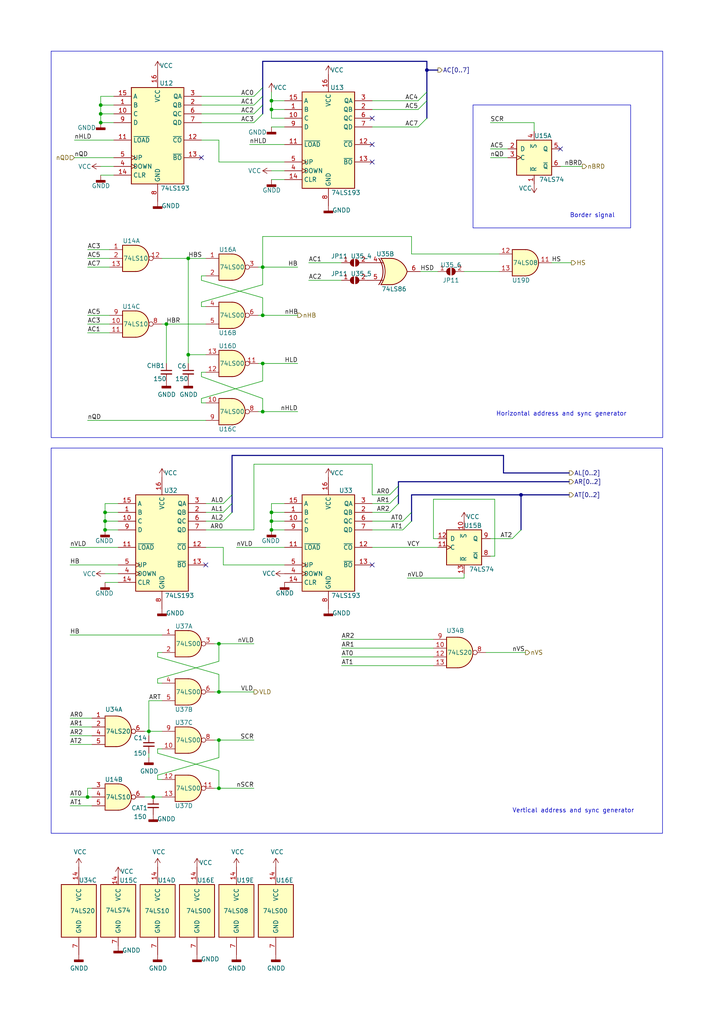
<source format=kicad_sch>
(kicad_sch (version 20230121) (generator eeschema)
  (paper "A4" portrait)
  (lib_symbols
    (symbol "74xx:74LS00" (pin_names (offset 1.016))
      (property "Reference" "U" (at 0 1.27 0))
      (property "Value" "74LS00" (at 0 -1.27 0))
      (symbol "74LS00_1_1"
        (pin input line (at -7.62 2.54 0) (length 3.81) (name "~") (number "1"))
        (pin input line (at -7.62 -2.54 0) (length 3.81) (name "~") (number "2"))
        (pin output inverted (at 7.62 0 180) (length 3.81) (name "~") (number "3"))
      )
      (symbol "74LS00_1_2"
        (pin input inverted (at -7.62 2.54 0) (length 4.318) (name "~") (number "1"))
        (pin input inverted (at -7.62 -2.54 0) (length 4.318) (name "~") (number "2"))
        (pin output line (at 7.62 0 180) (length 3.81) (name "~") (number "3"))
      )
      (symbol "74LS00_2_1"
        (pin input line (at -7.62 2.54 0) (length 3.81) (name "~") (number "4"))
        (pin input line (at -7.62 -2.54 0) (length 3.81) (name "~") (number "5"))
        (pin output inverted (at 7.62 0 180) (length 3.81) (name "~") (number "6"))
      )
      (symbol "74LS00_2_2"
        (pin input inverted (at -7.62 2.54 0) (length 4.318) (name "~") (number "4"))
        (pin input inverted (at -7.62 -2.54 0) (length 4.318) (name "~") (number "5"))
        (pin output line (at 7.62 0 180) (length 3.81) (name "~") (number "6"))
      )
      (symbol "74LS00_3_1"
        (pin input line (at -7.62 -2.54 0) (length 3.81) (name "~") (number "10"))
        (pin output inverted (at 7.62 0 180) (length 3.81) (name "~") (number "8"))
        (pin input line (at -7.62 2.54 0) (length 3.81) (name "~") (number "9"))
      )
      (symbol "74LS00_3_2"
        (pin input inverted (at -7.62 -2.54 0) (length 4.318) (name "~") (number "10"))
        (pin output line (at 7.62 0 180) (length 3.81) (name "~") (number "8"))
        (pin input inverted (at -7.62 2.54 0) (length 4.318) (name "~") (number "9"))
      )
      (symbol "74LS00_4_1"
        (pin output inverted (at 7.62 0 180) (length 3.81) (name "~") (number "11"))
        (pin input line (at -7.62 2.54 0) (length 3.81) (name "~") (number "12"))
        (pin input line (at -7.62 -2.54 0) (length 3.81) (name "~") (number "13"))
      )
      (symbol "74LS00_4_2"
        (pin output line (at 7.62 0 180) (length 3.81) (name "~") (number "11"))
        (pin input inverted (at -7.62 2.54 0) (length 4.318) (name "~") (number "12"))
        (pin input inverted (at -7.62 -2.54 0) (length 4.318) (name "~") (number "13"))
      )
      (symbol "74LS00_5_0"
        (pin power_in line (at 0 12.7 270) (length 5.08) (name "VCC") (number "14"))
        (pin power_in line (at 0 -12.7 90) (length 5.08) (name "GND") (number "7"))
      )
    )
    (symbol "74xx:74LS08" (pin_names (offset 1.016))
      (property "Reference" "U" (at 0 1.27 0))
      (property "Value" "74LS08" (at 0 -1.27 0))
      (symbol "74LS08_1_1"
        (pin input line (at -7.62 2.54 0) (length 3.81) (name "~") (number "1"))
        (pin input line (at -7.62 -2.54 0) (length 3.81) (name "~") (number "2"))
        (pin output line (at 7.62 0 180) (length 3.81) (name "~") (number "3"))
      )
      (symbol "74LS08_1_2"
        (pin input inverted (at -7.62 2.54 0) (length 4.318) (name "~") (number "1"))
        (pin input inverted (at -7.62 -2.54 0) (length 4.318) (name "~") (number "2"))
        (pin output inverted (at 7.62 0 180) (length 3.81) (name "~") (number "3"))
      )
      (symbol "74LS08_2_1"
        (pin input line (at -7.62 2.54 0) (length 3.81) (name "~") (number "4"))
        (pin input line (at -7.62 -2.54 0) (length 3.81) (name "~") (number "5"))
        (pin output line (at 7.62 0 180) (length 3.81) (name "~") (number "6"))
      )
      (symbol "74LS08_2_2"
        (pin input inverted (at -7.62 2.54 0) (length 4.318) (name "~") (number "4"))
        (pin input inverted (at -7.62 -2.54 0) (length 4.318) (name "~") (number "5"))
        (pin output inverted (at 7.62 0 180) (length 3.81) (name "~") (number "6"))
      )
      (symbol "74LS08_3_1"
        (pin input line (at -7.62 -2.54 0) (length 3.81) (name "~") (number "10"))
        (pin output line (at 7.62 0 180) (length 3.81) (name "~") (number "8"))
        (pin input line (at -7.62 2.54 0) (length 3.81) (name "~") (number "9"))
      )
      (symbol "74LS08_3_2"
        (pin input inverted (at -7.62 -2.54 0) (length 4.318) (name "~") (number "10"))
        (pin output inverted (at 7.62 0 180) (length 3.81) (name "~") (number "8"))
        (pin input inverted (at -7.62 2.54 0) (length 4.318) (name "~") (number "9"))
      )
      (symbol "74LS08_4_1"
        (pin output line (at 7.62 0 180) (length 3.81) (name "~") (number "11"))
        (pin input line (at -7.62 2.54 0) (length 3.81) (name "~") (number "12"))
        (pin input line (at -7.62 -2.54 0) (length 3.81) (name "~") (number "13"))
      )
      (symbol "74LS08_4_2"
        (pin output inverted (at 7.62 0 180) (length 3.81) (name "~") (number "11"))
        (pin input inverted (at -7.62 2.54 0) (length 4.318) (name "~") (number "12"))
        (pin input inverted (at -7.62 -2.54 0) (length 4.318) (name "~") (number "13"))
      )
      (symbol "74LS08_5_0"
        (pin power_in line (at 0 12.7 270) (length 5.08) (name "VCC") (number "14"))
        (pin power_in line (at 0 -12.7 90) (length 5.08) (name "GND") (number "7"))
      )
    )
    (symbol "74xx:74LS10" (pin_names (offset 1.016))
      (property "Reference" "U" (at 0 1.27 0))
      (property "Value" "74LS10" (at 0 -1.27 0))
      (symbol "74LS10_1_1"
        (pin input line (at -7.62 2.54 0) (length 3.81) (name "~") (number "1"))
        (pin output inverted (at 7.62 0 180) (length 3.81) (name "~") (number "12"))
        (pin input line (at -7.62 -2.54 0) (length 3.81) (name "~") (number "13"))
        (pin input line (at -7.62 0 0) (length 3.81) (name "~") (number "2"))
      )
      (symbol "74LS10_1_2"
        (pin input inverted (at -7.62 2.54 0) (length 4.318) (name "~") (number "1"))
        (pin output line (at 7.62 0 180) (length 3.81) (name "~") (number "12"))
        (pin input inverted (at -7.62 -2.54 0) (length 4.318) (name "~") (number "13"))
        (pin input inverted (at -7.62 0 0) (length 4.953) (name "~") (number "2"))
      )
      (symbol "74LS10_2_1"
        (pin input line (at -7.62 2.54 0) (length 3.81) (name "~") (number "3"))
        (pin input line (at -7.62 0 0) (length 3.81) (name "~") (number "4"))
        (pin input line (at -7.62 -2.54 0) (length 3.81) (name "~") (number "5"))
        (pin output inverted (at 7.62 0 180) (length 3.81) (name "~") (number "6"))
      )
      (symbol "74LS10_2_2"
        (pin input inverted (at -7.62 2.54 0) (length 4.318) (name "~") (number "3"))
        (pin input inverted (at -7.62 0 0) (length 4.953) (name "~") (number "4"))
        (pin input inverted (at -7.62 -2.54 0) (length 4.318) (name "~") (number "5"))
        (pin output line (at 7.62 0 180) (length 3.81) (name "~") (number "6"))
      )
      (symbol "74LS10_3_1"
        (pin input line (at -7.62 0 0) (length 3.81) (name "~") (number "10"))
        (pin input line (at -7.62 -2.54 0) (length 3.81) (name "~") (number "11"))
        (pin output inverted (at 7.62 0 180) (length 3.81) (name "~") (number "8"))
        (pin input line (at -7.62 2.54 0) (length 3.81) (name "~") (number "9"))
      )
      (symbol "74LS10_3_2"
        (pin input inverted (at -7.62 0 0) (length 4.953) (name "~") (number "10"))
        (pin input inverted (at -7.62 -2.54 0) (length 4.318) (name "~") (number "11"))
        (pin output line (at 7.62 0 180) (length 3.81) (name "~") (number "8"))
        (pin input inverted (at -7.62 2.54 0) (length 4.318) (name "~") (number "9"))
      )
      (symbol "74LS10_4_0"
        (pin power_in line (at 0 12.7 270) (length 5.08) (name "VCC") (number "14"))
        (pin power_in line (at 0 -12.7 90) (length 5.08) (name "GND") (number "7"))
      )
    )
    (symbol "74xx:74LS193"
      (property "Reference" "U" (at -7.62 13.97 0))
      (property "Value" "74LS193" (at 5.08 13.97 0))
      (symbol "74LS193_1_0"
        (pin input line (at -12.7 7.62 0) (length 5.08) (name "B") (number "1"))
        (pin input line (at -12.7 5.08 0) (length 5.08) (name "C") (number "10"))
        (pin input line (at -12.7 -2.54 0) (length 5.08) (name "~{LOAD}") (number "11"))
        (pin output line (at 12.7 -2.54 180) (length 5.08) (name "~{CO}") (number "12"))
        (pin output line (at 12.7 -7.62 180) (length 5.08) (name "~{BO}") (number "13"))
        (pin input line (at -12.7 -12.7 0) (length 5.08) (name "CLR") (number "14"))
        (pin input line (at -12.7 10.16 0) (length 5.08) (name "A") (number "15"))
        (pin power_in line (at 0 17.78 270) (length 5.08) (name "VCC") (number "16"))
        (pin output line (at 12.7 7.62 180) (length 5.08) (name "QB") (number "2"))
        (pin output line (at 12.7 10.16 180) (length 5.08) (name "QA") (number "3"))
        (pin input clock (at -12.7 -10.16 0) (length 5.08) (name "DOWN") (number "4"))
        (pin input clock (at -12.7 -7.62 0) (length 5.08) (name "UP") (number "5"))
        (pin output line (at 12.7 5.08 180) (length 5.08) (name "QC") (number "6"))
        (pin output line (at 12.7 2.54 180) (length 5.08) (name "QD") (number "7"))
        (pin power_in line (at 0 -20.32 90) (length 5.08) (name "GND") (number "8"))
        (pin input line (at -12.7 2.54 0) (length 5.08) (name "D") (number "9"))
      )
    )
    (symbol "74xx:74LS20" (pin_names (offset 1.016))
      (property "Reference" "U" (at 0 1.27 0))
      (property "Value" "74LS20" (at 0 -1.27 0))
      (symbol "74LS20_1_1"
        (pin input line (at -7.62 3.81 0) (length 3.81) (name "~") (number "1"))
        (pin input line (at -7.62 1.27 0) (length 3.81) (name "~") (number "2"))
        (pin input line (at -7.62 -1.27 0) (length 3.81) (name "~") (number "4"))
        (pin input line (at -7.62 -3.81 0) (length 3.81) (name "~") (number "5"))
        (pin output inverted (at 7.62 0 180) (length 3.81) (name "~") (number "6"))
      )
      (symbol "74LS20_1_2"
        (pin input inverted (at -7.62 3.81 0) (length 3.81) (name "~") (number "1"))
        (pin input inverted (at -7.62 1.27 0) (length 4.826) (name "~") (number "2"))
        (pin input inverted (at -7.62 -1.27 0) (length 4.826) (name "~") (number "4"))
        (pin input inverted (at -7.62 -3.81 0) (length 3.81) (name "~") (number "5"))
        (pin output line (at 7.62 0 180) (length 3.81) (name "~") (number "6"))
      )
      (symbol "74LS20_2_1"
        (pin input line (at -7.62 1.27 0) (length 3.81) (name "~") (number "10"))
        (pin input line (at -7.62 -1.27 0) (length 3.81) (name "~") (number "12"))
        (pin input line (at -7.62 -3.81 0) (length 3.81) (name "~") (number "13"))
        (pin output inverted (at 7.62 0 180) (length 3.81) (name "~") (number "8"))
        (pin input line (at -7.62 3.81 0) (length 3.81) (name "~") (number "9"))
      )
      (symbol "74LS20_2_2"
        (pin input inverted (at -7.62 1.27 0) (length 4.826) (name "~") (number "10"))
        (pin input inverted (at -7.62 -1.27 0) (length 4.826) (name "~") (number "12"))
        (pin input inverted (at -7.62 -3.81 0) (length 3.81) (name "~") (number "13"))
        (pin output line (at 7.62 0 180) (length 3.81) (name "~") (number "8"))
        (pin input inverted (at -7.62 3.81 0) (length 3.81) (name "~") (number "9"))
      )
      (symbol "74LS20_3_0"
        (pin power_in line (at 0 12.7 270) (length 5.08) (name "VCC") (number "14"))
        (pin power_in line (at 0 -12.7 90) (length 5.08) (name "GND") (number "7"))
      )
    )
    (symbol "74xx:74LS74" (pin_names (offset 1.016))
      (property "Reference" "U" (at -7.62 8.89 0))
      (property "Value" "74LS74" (at -7.62 -8.89 0))
      (symbol "74LS74_1_0"
        (pin input line (at 0 -7.62 90) (length 2.54) (name "~{R}") (number "1"))
        (pin input line (at -7.62 2.54 0) (length 2.54) (name "D") (number "2"))
        (pin input clock (at -7.62 0 0) (length 2.54) (name "C") (number "3"))
        (pin input line (at 0 7.62 270) (length 2.54) (name "~{S}") (number "4"))
        (pin output line (at 7.62 2.54 180) (length 2.54) (name "Q") (number "5"))
        (pin output line (at 7.62 -2.54 180) (length 2.54) (name "~{Q}") (number "6"))
      )
      (symbol "74LS74_2_0"
        (pin input line (at 0 7.62 270) (length 2.54) (name "~{S}") (number "10"))
        (pin input clock (at -7.62 0 0) (length 2.54) (name "C") (number "11"))
        (pin input line (at -7.62 2.54 0) (length 2.54) (name "D") (number "12"))
        (pin input line (at 0 -7.62 90) (length 2.54) (name "~{R}") (number "13"))
        (pin output line (at 7.62 -2.54 180) (length 2.54) (name "~{Q}") (number "8"))
        (pin output line (at 7.62 2.54 180) (length 2.54) (name "Q") (number "9"))
      )
      (symbol "74LS74_3_0"
        (pin power_in line (at 0 10.16 270) (length 2.54) (name "VCC") (number "14"))
        (pin power_in line (at 0 -10.16 90) (length 2.54) (name "GND") (number "7"))
      )
    )
    (symbol "74xx:74LS86" (pin_names (offset 1.016))
      (property "Reference" "U" (at 0 1.27 0))
      (property "Value" "74LS86" (at 0 -1.27 0))
      (symbol "74LS86_1_0"
        (pin input line (at -7.62 2.54 0) (length 4.445) (name "~") (number "1"))
        (pin input line (at -7.62 -2.54 0) (length 4.445) (name "~") (number "2"))
        (pin output line (at 7.62 0 180) (length 3.81) (name "~") (number "3"))
      )
      (symbol "74LS86_2_0"
        (pin input line (at -7.62 2.54 0) (length 4.445) (name "~") (number "4"))
        (pin input line (at -7.62 -2.54 0) (length 4.445) (name "~") (number "5"))
        (pin output line (at 7.62 0 180) (length 3.81) (name "~") (number "6"))
      )
      (symbol "74LS86_3_0"
        (pin input line (at -7.62 -2.54 0) (length 4.445) (name "~") (number "10"))
        (pin output line (at 7.62 0 180) (length 3.81) (name "~") (number "8"))
        (pin input line (at -7.62 2.54 0) (length 4.445) (name "~") (number "9"))
      )
      (symbol "74LS86_4_0"
        (pin output line (at 7.62 0 180) (length 3.81) (name "~") (number "11"))
        (pin input line (at -7.62 2.54 0) (length 4.445) (name "~") (number "12"))
        (pin input line (at -7.62 -2.54 0) (length 4.445) (name "~") (number "13"))
      )
      (symbol "74LS86_5_0"
        (pin power_in line (at 0 12.7 270) (length 5.08) (name "VCC") (number "14"))
        (pin power_in line (at 0 -12.7 90) (length 5.08) (name "GND") (number "7"))
      )
    )
    (symbol "Device:C_Small" (pin_numbers hide) (pin_names (offset 0.254) hide)
      (property "Reference" "C" (at 0.254 1.778 0))
      (property "Value" "C_Small" (at 0.254 -2.032 0))
      (symbol "C_Small_1_1"
        (pin passive line (at 0 2.54 270) (length 2.032) (name "~") (number "1"))
        (pin passive line (at 0 -2.54 90) (length 2.032) (name "~") (number "2"))
      )
    )
    (symbol "Jumper:SolderJumper_2_Open" (pin_names (offset 0) hide)
      (property "Reference" "JP" (at 0 2.032 0))
      (property "Value" "SolderJumper_2_Open" (at 0 -2.54 0))
      (symbol "SolderJumper_2_Open_1_1"
        (pin passive line (at -3.81 0 0) (length 2.54) (name "A") (number "1"))
        (pin passive line (at 3.81 0 180) (length 2.54) (name "B") (number "2"))
      )
    )
    (symbol "power:GNDD" (power) (pin_names (offset 0))
      (property "Value" "GNDD" (at 0 -3.175 0))
      (symbol "GNDD_1_1"
        (pin power_in line (at 0 0 270) (length 0) hide (name "GNDD") (number "1"))
      )
    )
    (symbol "power:VCC" (power) (pin_names (offset 0))
      (property "Value" "VCC" (at 0 3.81 0))
      (symbol "VCC_1_1"
        (pin power_in line (at 0 0 90) (length 0) hide (name "VCC") (number "1"))
      )
    )
  )
  (junction (at 76.2 105.41))
  (junction (at 54.61 74.93))
  (junction (at 63.5 200.66))
  (junction (at 76.2 119.38))
  (junction (at 30.48 153.67))
  (junction (at 78.74 31.75))
  (junction (at 48.26 93.98))
  (junction (at 63.5 186.69))
  (junction (at 29.21 35.56))
  (junction (at 63.5 214.63))
  (junction (at 29.21 30.48))
  (junction (at 78.74 151.13))
  (junction (at 44.45 231.14))
  (junction (at 78.74 153.67))
  (junction (at 30.48 151.13))
  (junction (at 78.74 29.21))
  (junction (at 54.61 102.87))
  (junction (at 29.21 33.02))
  (junction (at 63.5 228.6))
  (junction (at 76.2 77.47))
  (junction (at 151.13 143.51))
  (junction (at 25.4 231.14))
  (junction (at 123.825 20.32))
  (junction (at 78.74 148.59))
  (junction (at 76.2 91.44))
  (junction (at 30.48 148.59))
  (junction (at 43.18 212.09))
  (no_connect (at 58.42 45.72))
  (no_connect (at 107.95 46.99))
  (no_connect (at 59.69 163.83))
  (no_connect (at 162.56 43.18))
  (no_connect (at 107.95 163.83))
  (no_connect (at 107.95 34.29))
  (no_connect (at 107.95 41.91))
  (bus_entry (at 64.77 148.59) (size 2.54 -2.54))
  (bus_entry (at 73.66 33.02) (size 2.54 -2.54))
  (bus_entry (at 113.03 148.59) (size 2.54 -2.54))
  (bus_entry (at 64.77 146.05) (size 2.54 -2.54))
  (bus_entry (at 73.66 27.94) (size 2.54 -2.54))
  (bus_entry (at 113.03 146.05) (size 2.54 -2.54))
  (bus_entry (at 116.84 153.67) (size 2.54 -2.54))
  (bus_entry (at 121.285 36.83) (size 2.54 -2.54))
  (bus_entry (at 116.84 151.13) (size 2.54 -2.54))
  (bus_entry (at 148.59 156.21) (size 2.54 -2.54))
  (bus_entry (at 121.285 31.75) (size 2.54 -2.54))
  (bus_entry (at 73.66 35.56) (size 2.54 -2.54))
  (bus_entry (at 121.285 29.21) (size 2.54 -2.54))
  (bus_entry (at 73.66 30.48) (size 2.54 -2.54))
  (bus_entry (at 64.77 151.13) (size 2.54 -2.54))
  (bus_entry (at 113.03 143.51) (size 2.54 -2.54))
  (bus (pts (xy 115.57 140.97) (xy 115.57 139.7)))
  (bus (pts (xy 76.2 17.78) (xy 76.2 25.4)))
  (bus (pts (xy 119.38 143.51) (xy 119.38 148.59)))
  (bus (pts (xy 67.31 143.51) (xy 67.31 132.08)))
  (wire (pts (xy 59.69 153.67) (xy 73.66 153.67)))
  (bus (pts (xy 123.825 17.78) (xy 123.825 20.32)))
  (wire (pts (xy 142.24 43.18) (xy 147.32 43.18)))
  (wire (pts (xy 45.72 218.44) (xy 63.5 223.52)))
  (wire (pts (xy 29.21 33.02) (xy 29.21 35.56)))
  (wire (pts (xy 29.21 30.48) (xy 29.21 33.02)))
  (bus (pts (xy 119.38 143.51) (xy 151.13 143.51)))
  (wire (pts (xy 34.29 146.05) (xy 30.48 146.05)))
  (wire (pts (xy 43.18 203.2) (xy 43.18 212.09)))
  (wire (pts (xy 58.42 35.56) (xy 73.66 35.56)))
  (wire (pts (xy 143.51 144.78) (xy 143.51 161.29)))
  (wire (pts (xy 26.67 208.28) (xy 20.32 208.28)))
  (wire (pts (xy 46.99 198.12) (xy 45.72 198.12)))
  (wire (pts (xy 63.5 186.69) (xy 73.66 186.69)))
  (wire (pts (xy 33.02 30.48) (xy 29.21 30.48)))
  (wire (pts (xy 34.29 151.13) (xy 30.48 151.13)))
  (wire (pts (xy 43.18 213.36) (xy 43.18 212.09)))
  (wire (pts (xy 63.5 228.6) (xy 63.5 223.52)))
  (wire (pts (xy 29.21 48.26) (xy 33.02 48.26)))
  (wire (pts (xy 30.48 148.59) (xy 30.48 151.13)))
  (wire (pts (xy 30.48 153.67) (xy 34.29 153.67)))
  (wire (pts (xy 45.72 198.12) (xy 45.72 196.85)))
  (bus (pts (xy 151.13 143.51) (xy 151.13 153.67)))
  (wire (pts (xy 63.5 186.69) (xy 63.5 191.77)))
  (wire (pts (xy 76.2 105.41) (xy 86.36 105.41)))
  (wire (pts (xy 107.95 36.83) (xy 121.285 36.83)))
  (wire (pts (xy 107.95 153.67) (xy 116.84 153.67)))
  (wire (pts (xy 59.69 148.59) (xy 64.77 148.59)))
  (wire (pts (xy 26.67 213.36) (xy 20.32 213.36)))
  (wire (pts (xy 127 156.21) (xy 125.73 156.21)))
  (wire (pts (xy 107.95 31.75) (xy 121.285 31.75)))
  (wire (pts (xy 76.2 105.41) (xy 74.93 105.41)))
  (wire (pts (xy 127 158.75) (xy 107.95 158.75)))
  (wire (pts (xy 142.24 45.72) (xy 147.32 45.72)))
  (wire (pts (xy 26.67 231.14) (xy 25.4 231.14)))
  (wire (pts (xy 63.5 195.58) (xy 45.72 190.5)))
  (wire (pts (xy 76.2 115.57) (xy 76.2 119.38)))
  (wire (pts (xy 26.67 210.82) (xy 20.32 210.82)))
  (wire (pts (xy 20.32 163.83) (xy 34.29 163.83)))
  (wire (pts (xy 154.94 38.1) (xy 154.94 35.56)))
  (wire (pts (xy 25.4 77.47) (xy 31.75 77.47)))
  (wire (pts (xy 31.75 91.44) (xy 25.4 91.44)))
  (wire (pts (xy 46.99 93.98) (xy 48.26 93.98)))
  (wire (pts (xy 82.55 46.99) (xy 63.5 46.99)))
  (wire (pts (xy 62.23 214.63) (xy 63.5 214.63)))
  (bus (pts (xy 115.57 139.7) (xy 165.1 139.7)))
  (bus (pts (xy 67.31 143.51) (xy 67.31 146.05)))
  (wire (pts (xy 89.535 81.28) (xy 99.06 81.28)))
  (wire (pts (xy 59.69 151.13) (xy 64.77 151.13)))
  (wire (pts (xy 33.02 33.02) (xy 29.21 33.02)))
  (wire (pts (xy 73.66 153.67) (xy 73.66 134.62)))
  (wire (pts (xy 119.38 68.58) (xy 76.2 68.58)))
  (wire (pts (xy 33.02 27.94) (xy 29.21 27.94)))
  (wire (pts (xy 26.67 215.9) (xy 20.32 215.9)))
  (wire (pts (xy 76.2 77.47) (xy 86.36 77.47)))
  (wire (pts (xy 63.5 228.6) (xy 73.66 228.6)))
  (wire (pts (xy 34.29 166.37) (xy 30.48 166.37)))
  (wire (pts (xy 78.74 36.83) (xy 82.55 36.83)))
  (wire (pts (xy 58.42 80.01) (xy 58.42 81.28)))
  (wire (pts (xy 54.61 105.41) (xy 54.61 102.87)))
  (wire (pts (xy 107.95 146.05) (xy 113.03 146.05)))
  (wire (pts (xy 21.59 40.64) (xy 33.02 40.64)))
  (wire (pts (xy 107.95 151.13) (xy 116.84 151.13)))
  (wire (pts (xy 107.95 134.62) (xy 107.95 143.51)))
  (wire (pts (xy 26.67 228.6) (xy 25.4 228.6)))
  (wire (pts (xy 76.2 105.41) (xy 76.2 110.49)))
  (wire (pts (xy 58.42 87.63) (xy 76.2 82.55)))
  (wire (pts (xy 78.74 153.67) (xy 82.55 153.67)))
  (wire (pts (xy 31.75 96.52) (xy 25.4 96.52)))
  (wire (pts (xy 99.06 185.42) (xy 125.73 185.42)))
  (wire (pts (xy 154.94 35.56) (xy 142.24 35.56)))
  (wire (pts (xy 29.21 27.94) (xy 29.21 30.48)))
  (wire (pts (xy 107.95 148.59) (xy 113.03 148.59)))
  (wire (pts (xy 58.42 116.84) (xy 58.42 115.57)))
  (wire (pts (xy 63.5 40.64) (xy 58.42 40.64)))
  (bus (pts (xy 115.57 140.97) (xy 115.57 143.51)))
  (wire (pts (xy 73.66 134.62) (xy 107.95 134.62)))
  (wire (pts (xy 58.42 27.94) (xy 73.66 27.94)))
  (wire (pts (xy 76.2 86.36) (xy 58.42 81.28)))
  (wire (pts (xy 144.78 73.66) (xy 119.38 73.66)))
  (bus (pts (xy 76.2 27.94) (xy 76.2 30.48)))
  (wire (pts (xy 59.69 80.01) (xy 58.42 80.01)))
  (bus (pts (xy 76.2 25.4) (xy 76.2 27.94)))
  (wire (pts (xy 45.72 217.17) (xy 45.72 218.44)))
  (wire (pts (xy 63.5 200.66) (xy 63.5 195.58)))
  (wire (pts (xy 59.69 88.9) (xy 58.42 88.9)))
  (wire (pts (xy 46.99 226.06) (xy 45.72 226.06)))
  (wire (pts (xy 43.18 212.09) (xy 41.91 212.09)))
  (wire (pts (xy 78.74 146.05) (xy 78.74 148.59)))
  (bus (pts (xy 76.2 30.48) (xy 76.2 33.02)))
  (wire (pts (xy 54.61 102.87) (xy 59.69 102.87)))
  (wire (pts (xy 78.74 29.21) (xy 78.74 31.75)))
  (bus (pts (xy 123.825 20.32) (xy 123.825 26.67)))
  (wire (pts (xy 21.59 45.72) (xy 33.02 45.72)))
  (wire (pts (xy 82.55 158.75) (xy 68.58 158.75)))
  (wire (pts (xy 31.75 93.98) (xy 25.4 93.98)))
  (bus (pts (xy 76.2 17.78) (xy 123.825 17.78)))
  (wire (pts (xy 62.23 200.66) (xy 63.5 200.66)))
  (wire (pts (xy 125.73 144.78) (xy 143.51 144.78)))
  (wire (pts (xy 76.2 91.44) (xy 86.36 91.44)))
  (wire (pts (xy 25.4 74.93) (xy 31.75 74.93)))
  (bus (pts (xy 146.05 137.16) (xy 165.1 137.16)))
  (wire (pts (xy 160.02 76.2) (xy 165.735 76.2)))
  (wire (pts (xy 25.4 72.39) (xy 31.75 72.39)))
  (wire (pts (xy 143.51 161.29) (xy 142.24 161.29)))
  (wire (pts (xy 82.55 148.59) (xy 78.74 148.59)))
  (bus (pts (xy 67.31 146.05) (xy 67.31 148.59)))
  (wire (pts (xy 78.74 148.59) (xy 78.74 151.13)))
  (wire (pts (xy 82.55 49.53) (xy 78.74 49.53)))
  (wire (pts (xy 121.92 78.74) (xy 127 78.74)))
  (wire (pts (xy 74.93 91.44) (xy 76.2 91.44)))
  (wire (pts (xy 58.42 33.02) (xy 73.66 33.02)))
  (wire (pts (xy 63.5 40.64) (xy 63.5 46.99)))
  (wire (pts (xy 43.18 212.09) (xy 46.99 212.09)))
  (wire (pts (xy 99.06 187.96) (xy 125.73 187.96)))
  (wire (pts (xy 78.74 31.75) (xy 78.74 34.29)))
  (wire (pts (xy 119.38 73.66) (xy 119.38 68.58)))
  (wire (pts (xy 76.2 119.38) (xy 86.36 119.38)))
  (wire (pts (xy 25.4 228.6) (xy 25.4 231.14)))
  (bus (pts (xy 123.825 26.67) (xy 123.825 29.21)))
  (wire (pts (xy 162.56 48.26) (xy 168.91 48.26)))
  (bus (pts (xy 119.38 148.59) (xy 119.38 151.13)))
  (bus (pts (xy 115.57 143.51) (xy 115.57 146.05)))
  (bus (pts (xy 123.825 20.32) (xy 127 20.32)))
  (wire (pts (xy 62.23 228.6) (xy 63.5 228.6)))
  (wire (pts (xy 140.97 189.23) (xy 152.4 189.23)))
  (wire (pts (xy 76.2 91.44) (xy 76.2 86.36)))
  (wire (pts (xy 45.72 226.06) (xy 45.72 224.79)))
  (wire (pts (xy 30.48 168.91) (xy 34.29 168.91)))
  (wire (pts (xy 48.26 93.98) (xy 48.26 105.41)))
  (wire (pts (xy 63.5 214.63) (xy 63.5 219.71)))
  (wire (pts (xy 58.42 30.48) (xy 73.66 30.48)))
  (wire (pts (xy 43.18 218.44) (xy 43.18 219.71)))
  (wire (pts (xy 46.99 189.23) (xy 45.72 189.23)))
  (wire (pts (xy 89.535 76.2) (xy 99.06 76.2)))
  (wire (pts (xy 72.39 41.91) (xy 82.55 41.91)))
  (wire (pts (xy 134.62 166.37) (xy 134.62 167.64)))
  (wire (pts (xy 46.99 203.2) (xy 43.18 203.2)))
  (wire (pts (xy 45.72 189.23) (xy 45.72 190.5)))
  (wire (pts (xy 76.2 77.47) (xy 76.2 68.58)))
  (wire (pts (xy 82.55 34.29) (xy 78.74 34.29)))
  (wire (pts (xy 76.2 110.49) (xy 58.42 115.57)))
  (wire (pts (xy 54.61 74.93) (xy 59.69 74.93)))
  (wire (pts (xy 82.55 29.21) (xy 78.74 29.21)))
  (wire (pts (xy 58.42 109.22) (xy 76.2 115.57)))
  (wire (pts (xy 34.29 148.59) (xy 30.48 148.59)))
  (wire (pts (xy 29.21 50.8) (xy 33.02 50.8)))
  (wire (pts (xy 62.23 186.69) (xy 63.5 186.69)))
  (wire (pts (xy 64.77 158.75) (xy 64.77 163.83)))
  (wire (pts (xy 78.74 52.07) (xy 82.55 52.07)))
  (wire (pts (xy 30.48 151.13) (xy 30.48 153.67)))
  (bus (pts (xy 123.825 29.21) (xy 123.825 34.29)))
  (wire (pts (xy 134.62 78.74) (xy 144.78 78.74)))
  (wire (pts (xy 78.74 26.67) (xy 78.74 29.21)))
  (wire (pts (xy 46.99 184.15) (xy 20.32 184.15)))
  (wire (pts (xy 107.95 143.51) (xy 113.03 143.51)))
  (wire (pts (xy 46.99 74.93) (xy 54.61 74.93)))
  (wire (pts (xy 26.67 233.68) (xy 20.32 233.68)))
  (wire (pts (xy 59.69 116.84) (xy 58.42 116.84)))
  (wire (pts (xy 59.69 121.92) (xy 25.4 121.92)))
  (wire (pts (xy 82.55 31.75) (xy 78.74 31.75)))
  (wire (pts (xy 30.48 146.05) (xy 30.48 148.59)))
  (wire (pts (xy 58.42 88.9) (xy 58.42 87.63)))
  (wire (pts (xy 59.69 146.05) (xy 64.77 146.05)))
  (wire (pts (xy 142.24 156.21) (xy 148.59 156.21)))
  (wire (pts (xy 78.74 151.13) (xy 78.74 153.67)))
  (wire (pts (xy 107.95 29.21) (xy 121.285 29.21)))
  (wire (pts (xy 59.69 107.95) (xy 58.42 107.95)))
  (wire (pts (xy 45.72 224.79) (xy 63.5 219.71)))
  (wire (pts (xy 45.72 217.17) (xy 46.99 217.17)))
  (wire (pts (xy 82.55 151.13) (xy 78.74 151.13)))
  (wire (pts (xy 82.55 146.05) (xy 78.74 146.05)))
  (wire (pts (xy 125.73 144.78) (xy 125.73 156.21)))
  (wire (pts (xy 99.06 190.5) (xy 125.73 190.5)))
  (bus (pts (xy 151.13 143.51) (xy 165.1 143.51)))
  (wire (pts (xy 59.69 158.75) (xy 64.77 158.75)))
  (wire (pts (xy 45.72 196.85) (xy 63.5 191.77)))
  (wire (pts (xy 76.2 82.55) (xy 76.2 77.47)))
  (wire (pts (xy 25.4 231.14) (xy 20.32 231.14)))
  (wire (pts (xy 29.21 35.56) (xy 33.02 35.56)))
  (wire (pts (xy 34.29 158.75) (xy 20.32 158.75)))
  (bus (pts (xy 67.31 132.08) (xy 146.05 132.08)))
  (wire (pts (xy 54.61 102.87) (xy 54.61 74.93)))
  (wire (pts (xy 58.42 107.95) (xy 58.42 109.22)))
  (bus (pts (xy 146.05 132.08) (xy 146.05 137.16)))
  (wire (pts (xy 99.06 193.04) (xy 125.73 193.04)))
  (wire (pts (xy 74.93 119.38) (xy 76.2 119.38)))
  (wire (pts (xy 63.5 200.66) (xy 73.66 200.66)))
  (wire (pts (xy 63.5 214.63) (xy 73.66 214.63)))
  (wire (pts (xy 44.45 231.14) (xy 46.99 231.14)))
  (wire (pts (xy 48.26 93.98) (xy 59.69 93.98)))
  (wire (pts (xy 41.91 231.14) (xy 44.45 231.14)))
  (wire (pts (xy 134.62 167.64) (xy 118.11 167.64)))
  (wire (pts (xy 74.93 77.47) (xy 76.2 77.47)))
  (wire (pts (xy 64.77 163.83) (xy 82.55 163.83)))
  (rectangle (start 137.2108 30.4292) (end 182.9308 66.0908))
  (rectangle (start 14.8336 14.8336) (end 192.2272 126.8984))
  (rectangle (start 14.8336 129.9464) (end 192.1764 241.6556))
  (text "Vertical address and sync generator" (at 148.59 235.9152 0) (effects (font (size 1.27 1.27)) (justify left bottom)))
  (text "Horizontal address and sync generator" (at 143.8656 120.8532 0) (effects (font (size 1.27 1.27)) (justify left bottom)))
  (text "Border signal" (at 165.2524 63.2968 0) (effects (font (size 1.27 1.27)) (justify left bottom)))
  (label "AT0" (at 99.06 190.5 0))
  (label "AR1" (at 113.03 146.05 180))
  (label "nSCR" (at 73.66 228.6 180))
  (label "nVLD" (at 20.32 158.75 0))
  (label "AC2" (at 73.66 33.02 180))
  (label "AC3" (at 25.4 93.98 0))
  (label "nQD" (at 21.59 45.72 0))
  (label "SCR" (at 73.66 214.63 180))
  (label "AC2" (at 89.535 81.28 0))
  (label "AR0" (at 64.77 153.67 180))
  (label "AC1" (at 89.535 76.2 0))
  (label "AT0" (at 20.32 231.14 0))
  (label "HB" (at 20.32 184.15 0))
  (label "AL1" (at 64.77 148.59 180))
  (label "AT2" (at 148.59 156.21 180))
  (label "AL0" (at 64.77 146.05 180))
  (label "nHB" (at 82.55 91.44 0))
  (label "VCY" (at 118.11 158.75 0))
  (label "SCR" (at 142.24 35.56 0))
  (label "AR1" (at 99.06 187.96 0))
  (label "HS" (at 160.02 76.2 0))
  (label "AT1" (at 20.32 233.68 0))
  (label "AR0" (at 113.03 143.51 180))
  (label "AR2" (at 20.32 213.36 0))
  (label "AC7" (at 121.285 36.83 180))
  (label "AT1" (at 116.84 153.67 180))
  (label "nVLD" (at 68.58 158.75 0))
  (label "AT0" (at 116.84 151.13 180))
  (label "nHLD" (at 86.36 119.38 180))
  (label "AR2" (at 113.03 148.59 180))
  (label "nHLD" (at 21.59 40.64 0))
  (label "HB" (at 86.36 77.47 180))
  (label "HB" (at 20.32 163.83 0))
  (label "AR0" (at 20.32 208.28 0))
  (label "nVLD" (at 118.11 167.64 0))
  (label "nQD" (at 142.24 45.72 0))
  (label "AC7" (at 25.4 77.47 0))
  (label "nVLD" (at 73.66 186.69 180))
  (label "HSD" (at 121.92 78.74 0))
  (label "nBRD" (at 168.91 48.26 180))
  (label "AT2" (at 20.32 215.9 0))
  (label "AC3" (at 25.4 72.39 0))
  (label "AC5" (at 25.4 74.93 0))
  (label "AC5" (at 25.4 91.44 0))
  (label "nQD" (at 25.4 121.92 0))
  (label "AC0" (at 73.66 27.94 180))
  (label "AC5" (at 142.24 43.18 0))
  (label "AC1" (at 73.66 30.48 180))
  (label "AT1" (at 99.06 193.04 0))
  (label "AR1" (at 20.32 210.82 0))
  (label "AC4" (at 121.285 29.21 180))
  (label "VLD" (at 69.85 200.66 0))
  (label "AC1" (at 25.4 96.52 0))
  (label "HBR" (at 48.26 93.98 0))
  (label "HBS" (at 54.61 74.93 0))
  (label "nHLD" (at 72.39 41.91 0))
  (label "AC3" (at 73.66 35.56 180))
  (label "AR2" (at 99.06 185.42 0))
  (label "nVS" (at 148.59 189.23 0))
  (label "HLD" (at 86.36 105.41 180))
  (label "ART" (at 43.18 203.2 0))
  (label "AC5" (at 121.285 31.75 180))
  (label "AL2" (at 64.77 151.13 180))
  (hierarchical_label "AT[0..2]" (shape output) (at 165.1 143.51 0))
  (hierarchical_label "nBRD" (shape output) (at 168.91 48.26 0))
  (hierarchical_label "HS" (shape output) (at 165.735 76.2 0))
  (hierarchical_label "nQD" (shape input) (at 21.59 45.72 180))
  (hierarchical_label "nVS" (shape output) (at 152.4 189.23 0))
  (hierarchical_label "AL[0..2]" (shape output) (at 165.1 137.16 0))
  (hierarchical_label "AC[0..7]" (shape output) (at 127 20.32 0))
  (hierarchical_label "VLD" (shape output) (at 73.66 200.66 0))
  (hierarchical_label "nHB" (shape output) (at 86.36 91.44 0))
  (hierarchical_label "AR[0..2]" (shape output) (at 165.1 139.7 0))
  (symbol (lib_id "power:VCC") (at 78.74 26.67 0) (unit 1)
    (property "Reference" "#PWR0410" (effects hide))
    (property "Value" "VCC" (at 81.28 25.4 0))
  )
  (symbol (lib_id "power:GNDD") (at 82.55 168.91 0) (unit 1)
    (property "Reference" "#PWR0413" (effects hide))
    (property "Value" "GNDD" (at 82.6008 172.0088 0))
  )
  (symbol (lib_id "74xx:74LS193") (at 45.72 38.1 0) (unit 1)
    (property "Reference" "U12" (at 48.26 24.13 0))
    (property "Value" "74LS193" (at 50.8 54.61 0))
    (property "Footprint" "Cobra_original:DIP-16_W7.62mm" (effects hide))
    (property "Datasheet" "http://www.ti.com/lit/ds/symlink/sn74ls193.pdf" (effects hide))
  )
  (symbol (lib_id "74xx:74LS193") (at 95.25 39.37 0) (unit 1)
    (property "Reference" "U13" (at 97.79 25.4 0))
    (property "Value" "74LS193" (at 100.33 55.88 0))
    (property "Footprint" "Cobra_original:DIP-16_W7.62mm" (effects hide))
    (property "Datasheet" "http://www.ti.com/lit/ds/symlink/sn74ls193.pdf" (effects hide))
  )
  (symbol (lib_id "74xx:74LS193") (at 46.99 156.21 0) (unit 1)
    (property "Reference" "U32" (at 49.53 142.24 0))
    (property "Value" "74LS193" (at 52.07 172.72 0))
    (property "Footprint" "Cobra_original:DIP-16_W7.62mm" (effects hide))
    (property "Datasheet" "http://www.ti.com/lit/ds/symlink/sn74ls193.pdf" (effects hide))
  )
  (symbol (lib_id "74xx:74LS193") (at 95.25 156.21 0) (unit 1)
    (property "Reference" "U33" (at 100.33 142.24 0))
    (property "Value" "74LS193" (at 100.33 172.72 0))
    (property "Footprint" "Cobra_original:DIP-16_W7.62mm" (effects hide))
    (property "Datasheet" "http://www.ti.com/lit/ds/symlink/sn74ls193.pdf" (effects hide))
  )
  (symbol (lib_id "power:VCC") (at 45.72 20.32 0) (unit 1)
    (property "Reference" "#PWR0287" (effects hide))
    (property "Value" "VCC" (at 48.26 19.05 0))
  )
  (symbol (lib_id "power:VCC") (at 95.25 21.59 0) (unit 1)
    (property "Reference" "#PWR0288" (effects hide))
    (property "Value" "VCC" (at 97.79 20.32 0))
  )
  (symbol (lib_id "power:VCC") (at 46.99 138.43 0) (unit 1)
    (property "Reference" "#PWR0289" (effects hide))
    (property "Value" "VCC" (at 49.53 137.16 0))
  )
  (symbol (lib_id "power:VCC") (at 95.25 138.43 0) (unit 1)
    (property "Reference" "#PWR0290" (effects hide))
    (property "Value" "VCC" (at 97.79 137.16 0))
  )
  (symbol (lib_id "power:GNDD") (at 45.72 58.42 0) (unit 1)
    (property "Reference" "#PWR0291" (effects hide))
    (property "Value" "GNDD" (at 49.53 59.69 0))
  )
  (symbol (lib_id "power:GNDD") (at 95.25 59.69 0) (unit 1)
    (property "Reference" "#PWR0292" (effects hide))
    (property "Value" "GNDD" (at 99.06 60.96 0))
  )
  (symbol (lib_id "power:GNDD") (at 46.99 176.53 0) (unit 1)
    (property "Reference" "#PWR0293" (effects hide))
    (property "Value" "GNDD" (at 50.8 177.8 0))
  )
  (symbol (lib_id "power:GNDD") (at 95.25 176.53 0) (unit 1)
    (property "Reference" "#PWR0294" (effects hide))
    (property "Value" "GNDD" (at 99.06 177.8 0))
  )
  (symbol (lib_id "74xx:74LS74") (at 154.94 45.72 0) (unit 1)
    (property "Reference" "U15" (at 157.48 39.37 0))
    (property "Value" "74LS74" (at 160.02 52.07 0))
    (property "Footprint" "Cobra_original:DIP-14_W7.62mm" (effects hide))
    (property "Datasheet" "74xx/74hc_hct74.pdf" (effects hide))
  )
  (symbol (lib_id "74xx:74LS74") (at 134.62 158.75 0) (unit 2)
    (property "Reference" "U15" (at 137.16 152.4 0))
    (property "Value" "74LS74" (at 139.7 165.1 0))
    (property "Footprint" "Cobra_original:DIP-14_W7.62mm" (effects hide))
    (property "Datasheet" "74xx/74hc_hct74.pdf" (effects hide))
  )
  (symbol (lib_id "74xx:74LS74") (at 34.29 264.16 0) (unit 3)
    (property "Reference" "U15" (at 34.671 255.3208 0) (effects (justify left)))
    (property "Value" "74LS74" (at 30.607 264.0076 0) (effects (justify left)))
    (property "Footprint" "Cobra_original:DIP-14_W7.62mm" (effects hide))
    (property "Datasheet" "74xx/74hc_hct74.pdf" (effects hide))
  )
  (symbol (lib_id "power:VCC") (at 154.94 53.34 180) (unit 1)
    (property "Reference" "#PWR0295" (effects hide))
    (property "Value" "VCC" (at 152.4 54.61 0))
  )
  (symbol (lib_id "power:VCC") (at 134.62 151.13 0) (unit 1)
    (property "Reference" "#PWR0296" (effects hide))
    (property "Value" "VCC" (at 137.16 149.86 0))
  )
  (symbol (lib_id "power:GNDD") (at 34.29 274.32 0) (unit 1)
    (property "Reference" "#PWR0297" (effects hide))
    (property "Value" "GNDD" (at 38.1 275.59 0))
  )
  (symbol (lib_id "power:VCC") (at 34.29 254 0) (unit 1)
    (property "Reference" "#PWR0298" (effects hide))
    (property "Value" "VCC" (at 36.83 252.73 0))
  )
  (symbol (lib_id "Device:C_Small") (at 54.61 107.95 0) (unit 1)
    (property "Reference" "C6" (at 51.4096 106.172 0) (effects (justify left)))
    (property "Value" "150" (at 50.8 109.855 0) (effects (justify left)))
    (property "Footprint" "Cobra_original:C_THT_762_254" (effects hide))
  )
  (symbol (lib_id "74xx:74LS86") (at 114.3 78.74 0) (unit 2)
    (property "Reference" "U35" (at 111.76 73.66 0))
    (property "Value" "74LS86" (at 114.3 83.82 0))
    (property "Footprint" "Cobra_original:DIP-14_W7.62mm" (effects hide))
    (property "Datasheet" "74xx/74ls86.pdf" (effects hide))
  )
  (symbol (lib_id "Device:C_Small") (at 44.45 233.68 0) (unit 1)
    (property "Reference" "CAT1" (at 38.1 234.315 0) (effects (justify left)))
    (property "Value" "150" (at 38.735 236.855 0) (effects (justify left)))
    (property "Footprint" "Cobra_original:C_THT_508_254" (effects hide))
  )
  (symbol (lib_id "power:VCC") (at 78.74 49.53 90) (unit 1)
    (property "Reference" "#PWR074" (effects hide))
    (property "Value" "VCC" (at 73.8632 49.53 90))
  )
  (symbol (lib_id "power:VCC") (at 22.86 251.46 0) (unit 1)
    (property "Reference" "#PWR0183" (effects hide))
    (property "Value" "VCC" (at 23.241 247.0658 0))
    (instances (project "main" (path "" (reference "#PWR0183") (unit 1)) (path "" (reference "#PWR049") (unit 1))))
  )
  (symbol (lib_id "power:GNDD") (at 78.74 153.67 0) (unit 1)
    (property "Reference" "#PWR068" (effects hide))
    (property "Value" "GNDD" (at 78.5368 156.8196 0))
  )
  (symbol (lib_id "74xx:74LS00") (at 54.61 200.66 0) (unit 2)
    (property "Reference" "U37" (at 53.34 205.74 0))
    (property "Value" "74LS00" (at 54.61 200.66 0))
    (property "Footprint" "Cobra_original:DIP-14_W7.62mm" (effects hide))
    (property "Datasheet" "http://www.ti.com/lit/gpn/sn74ls00" (effects hide))
  )
  (symbol (lib_id "power:GNDD") (at 29.21 50.8 0) (unit 1)
    (property "Reference" "#PWR071" (effects hide))
    (property "Value" "GNDD" (at 29.2608 53.8988 0))
  )
  (symbol (lib_id "74xx:74LS00") (at 54.61 214.63 0) (unit 3)
    (property "Reference" "U37" (at 53.34 209.55 0))
    (property "Value" "74LS00" (at 54.61 214.63 0))
    (property "Footprint" "Cobra_original:DIP-14_W7.62mm" (effects hide))
    (property "Datasheet" "http://www.ti.com/lit/gpn/sn74ls00" (effects hide))
  )
  (symbol (lib_id "Device:C_Small") (at 43.18 215.9 0) (unit 1)
    (property "Reference" "C14" (at 38.735 213.995 0) (effects (justify left)))
    (property "Value" "150" (at 38.735 218.44 0) (effects (justify left)))
    (property "Footprint" "Cobra_original:C_THT_762_254" (effects hide))
  )
  (symbol (lib_id "power:GNDD") (at 22.86 276.86 0) (unit 1)
    (property "Reference" "#PWR0132" (effects hide))
    (property "Value" "GNDD" (at 22.9616 280.797 0))
    (instances (project "main" (path "" (reference "#PWR0132") (unit 1)) (path "" (reference "#PWR050") (unit 1))))
  )
  (symbol (lib_id "74xx:74LS00") (at 80.01 264.16 0) (unit 5)
    (property "Reference" "U16" (at 80.01 255.27 0) (effects (justify left)))
    (property "Value" "74LS00" (at 76.2 264.16 0) (effects (justify left)))
    (property "Footprint" "Cobra_original:DIP-14_W7.62mm" (effects hide))
    (property "Datasheet" "http://www.ti.com/lit/gpn/sn74ls00" (effects hide))
    (instances (project "main" (path "" (reference "U16") (unit 5)) (path "" (reference "U37") (unit 5))))
  )
  (symbol (lib_id "74xx:74LS00") (at 67.31 91.44 0) (unit 2)
    (property "Reference" "U16" (at 66.04 96.52 0))
    (property "Value" "74LS00" (at 67.31 91.44 0))
    (property "Footprint" "Cobra_original:DIP-14_W7.62mm" (effects hide))
    (property "Datasheet" "http://www.ti.com/lit/gpn/sn74ls00" (effects hide))
  )
  (symbol (lib_id "74xx:74LS20") (at 22.86 264.16 0) (unit 3)
    (property "Reference" "U34" (at 22.86 255.27 0) (effects (justify left)))
    (property "Value" "74LS20" (at 20.32 264.16 0) (effects (justify left)))
    (property "Footprint" "Cobra_original:DIP-14_W7.62mm" (effects hide))
    (property "Datasheet" "http://www.ti.com/lit/gpn/sn74LS20" (effects hide))
  )
  (symbol (lib_id "74xx:74LS00") (at 54.61 186.69 0) (unit 1)
    (property "Reference" "U37" (at 53.34 181.61 0))
    (property "Value" "74LS00" (at 54.61 186.69 0))
    (property "Footprint" "Cobra_original:DIP-14_W7.62mm" (effects hide))
    (property "Datasheet" "http://www.ti.com/lit/gpn/sn74ls00" (effects hide))
  )
  (symbol (lib_id "Jumper:SolderJumper_2_Open") (at 130.81 78.74 0) (unit 1)
    (property "Reference" "JP11" (at 130.81 81.28 0))
    (property "Value" "U35_6" (at 130.81 76.835 0))
    (property "Footprint" "Cobra_original:SolderJumper-2_P1.3mm_Open_TrianglePad1.0x1.5mm" (effects hide))
    (instances (project "main" (path "" (reference "JP11") (unit 1)) (path "" (reference "JP27") (unit 1))))
  )
  (symbol (lib_id "power:VCC") (at 45.72 251.46 0) (unit 1)
    (property "Reference" "#PWR0231" (effects hide))
    (property "Value" "VCC" (at 46.101 247.0658 0))
    (instances (project "main" (path "" (reference "#PWR0231") (unit 1)) (path "" (reference "#PWR047") (unit 1))))
  )
  (symbol (lib_id "power:VCC") (at 30.48 166.37 90) (unit 1)
    (property "Reference" "#PWR070" (effects hide))
    (property "Value" "VCC" (at 25.9588 166.4208 90))
  )
  (symbol (lib_id "power:GNDD") (at 54.61 110.49 0) (unit 1)
    (property "Reference" "#PWR0138" (effects hide))
    (property "Value" "GNDD" (at 54.7116 114.427 0))
    (instances (project "main" (path "" (reference "#PWR0138") (unit 1)) (path "" (reference "#PWR044") (unit 1))))
  )
  (symbol (lib_id "power:GNDD") (at 30.48 168.91 0) (unit 1)
    (property "Reference" "#PWR077" (effects hide))
    (property "Value" "GNDD" (at 30.2768 172.0596 0))
  )
  (symbol (lib_id "Jumper:SolderJumper_2_Open") (at 102.87 76.2 0) (unit 1)
    (property "Reference" "JP11" (at 98.425 74.295 0))
    (property "Value" "U35_4" (at 104.775 74.295 0))
    (property "Footprint" "Cobra_original:SolderJumper-2_P1.3mm_Open_TrianglePad1.0x1.5mm" (effects hide))
    (instances (project "main" (path "" (reference "JP11") (unit 1)) (path "" (reference "JP28") (unit 1))))
  )
  (symbol (lib_id "power:GNDD") (at 45.72 276.86 0) (unit 1)
    (property "Reference" "#PWR0225" (effects hide))
    (property "Value" "GNDD" (at 45.8216 280.797 0))
    (instances (project "main" (path "" (reference "#PWR0225") (unit 1)) (path "" (reference "#PWR048") (unit 1))))
  )
  (symbol (lib_id "74xx:74LS10") (at 39.37 93.98 0) (unit 3)
    (property "Reference" "U14" (at 38.1 88.9 0))
    (property "Value" "74LS10" (at 39.37 93.98 0))
    (property "Footprint" "Cobra_original:DIP-14_W7.62mm" (effects hide))
    (property "Datasheet" "http://www.ti.com/lit/gpn/sn74LS10" (effects hide))
  )
  (symbol (lib_id "74xx:74LS00") (at 67.31 119.38 0) (mirror x) (unit 3)
    (property "Reference" "U16" (at 66.04 124.46 0))
    (property "Value" "74LS00" (at 67.31 119.38 0))
    (property "Footprint" "Cobra_original:DIP-14_W7.62mm" (effects hide))
    (property "Datasheet" "http://www.ti.com/lit/gpn/sn74ls00" (effects hide))
  )
  (symbol (lib_id "74xx:74LS10") (at 39.37 74.93 0) (unit 1)
    (property "Reference" "U14" (at 38.1 69.85 0))
    (property "Value" "74LS10" (at 39.37 74.93 0))
    (property "Footprint" "Cobra_original:DIP-14_W7.62mm" (effects hide))
    (property "Datasheet" "http://www.ti.com/lit/gpn/sn74LS10" (effects hide))
  )
  (symbol (lib_id "74xx:74LS20") (at 34.29 212.09 0) (unit 1)
    (property "Reference" "U34" (at 33.02 205.74 0))
    (property "Value" "74LS20" (at 34.29 212.09 0))
    (property "Footprint" "Cobra_original:DIP-14_W7.62mm" (effects hide))
    (property "Datasheet" "http://www.ti.com/lit/gpn/sn74LS20" (effects hide))
  )
  (symbol (lib_id "74xx:74LS00") (at 67.31 77.47 0) (unit 1)
    (property "Reference" "U16" (at 66.04 72.39 0))
    (property "Value" "74LS00" (at 67.31 77.47 0))
    (property "Footprint" "Cobra_original:DIP-14_W7.62mm" (effects hide))
    (property "Datasheet" "http://www.ti.com/lit/gpn/sn74ls00" (effects hide))
  )
  (symbol (lib_id "power:VCC") (at 68.58 251.46 0) (unit 1)
    (property "Reference" "#PWR0273" (effects hide))
    (property "Value" "VCC" (at 68.961 247.0658 0))
    (instances (project "main" (path "" (reference "#PWR0273") (unit 1)) (path "" (reference "#PWR053") (unit 1))))
  )
  (symbol (lib_id "power:VCC") (at 57.15 251.46 0) (unit 1)
    (property "Reference" "#PWR0120" (effects hide))
    (property "Value" "VCC" (at 59.69 250.19 0))
  )
  (symbol (lib_id "power:GNDD") (at 57.15 276.86 0) (unit 1)
    (property "Reference" "#PWR061" (effects hide))
    (property "Value" "GNDD" (at 60.96 278.13 0))
  )
  (symbol (lib_id "power:VCC") (at 80.01 251.46 0) (unit 1)
    (property "Reference" "#PWR0237" (effects hide))
    (property "Value" "VCC" (at 80.391 247.0658 0))
    (instances (project "main" (path "" (reference "#PWR0237") (unit 1)) (path "" (reference "#PWR051") (unit 1))))
  )
  (symbol (lib_id "74xx:74LS00") (at 67.31 105.41 0) (mirror x) (unit 4)
    (property "Reference" "U16" (at 66.04 100.33 0))
    (property "Value" "74LS00" (at 67.31 105.41 0))
    (property "Footprint" "Cobra_original:DIP-14_W7.62mm" (effects hide))
    (property "Datasheet" "http://www.ti.com/lit/gpn/sn74ls00" (effects hide))
  )
  (symbol (lib_id "Device:C_Small") (at 48.26 107.95 0) (unit 1)
    (property "Reference" "CHB1" (at 42.545 106.045 0) (effects (justify left)))
    (property "Value" "150" (at 44.45 109.855 0) (effects (justify left)))
    (property "Footprint" "Cobra_original:C_THT_508_254" (effects hide))
  )
  (symbol (lib_id "74xx:74LS00") (at 54.61 228.6 0) (unit 4)
    (property "Reference" "U37" (at 53.34 233.68 0))
    (property "Value" "74LS00" (at 54.61 228.6 0))
    (property "Footprint" "Cobra_original:DIP-14_W7.62mm" (effects hide))
    (property "Datasheet" "http://www.ti.com/lit/gpn/sn74ls00" (effects hide))
  )
  (symbol (lib_id "power:GNDD") (at 68.58 276.86 0) (unit 1)
    (property "Reference" "#PWR0282" (effects hide))
    (property "Value" "GNDD" (at 68.6816 280.797 0))
    (instances (project "main" (path "" (reference "#PWR0282") (unit 1)) (path "" (reference "#PWR054") (unit 1))))
  )
  (symbol (lib_id "power:GNDD") (at 30.48 153.67 0) (unit 1)
    (property "Reference" "#PWR076" (effects hide))
    (property "Value" "GNDD" (at 30.2768 156.8196 0))
  )
  (symbol (lib_id "74xx:74LS08") (at 68.58 264.16 0) (unit 5)
    (property "Reference" "U19" (at 68.58 255.27 0) (effects (justify left)))
    (property "Value" "74LS08" (at 64.77 264.16 0) (effects (justify left)))
    (property "Footprint" "Cobra_original:DIP-14_W7.62mm" (effects hide))
    (property "Datasheet" "http://www.ti.com/lit/gpn/sn74ls00" (effects hide))
  )
  (symbol (lib_id "power:GNDD") (at 80.01 276.86 0) (unit 1)
    (property "Reference" "#PWR0270" (effects hide))
    (property "Value" "GNDD" (at 80.1116 280.797 0))
    (instances (project "main" (path "" (reference "#PWR0270") (unit 1)) (path "" (reference "#PWR052") (unit 1))))
  )
  (symbol (lib_id "power:VCC") (at 82.55 166.37 90) (unit 1)
    (property "Reference" "#PWR078" (effects hide))
    (property "Value" "VCC" (at 78.0288 166.3192 90))
  )
  (symbol (lib_id "74xx:74LS08") (at 152.4 76.2 0) (unit 4)
    (property "Reference" "U19" (at 151.13 81.28 0))
    (property "Value" "74LS08" (at 152.4 76.2 0))
    (property "Footprint" "Cobra_original:DIP-14_W7.62mm" (effects hide))
    (property "Datasheet" "http://www.ti.com/lit/gpn/sn74ls00" (effects hide))
  )
  (symbol (lib_id "74xx:74LS10") (at 34.29 231.14 0) (unit 2)
    (property "Reference" "U14" (at 33.02 226.06 0))
    (property "Value" "74LS10" (at 34.29 231.14 0))
    (property "Footprint" "Cobra_original:DIP-14_W7.62mm" (effects hide))
    (property "Datasheet" "http://www.ti.com/lit/gpn/sn74LS10" (effects hide))
  )
  (symbol (lib_id "power:GNDD") (at 29.21 35.56 0) (unit 1)
    (property "Reference" "#PWR075" (effects hide))
    (property "Value" "GNDD" (at 25.146 37.0332 0))
  )
  (symbol (lib_id "Jumper:SolderJumper_2_Open") (at 102.87 81.28 0) (unit 1)
    (property "Reference" "JP11" (at 98.425 79.375 0))
    (property "Value" "U35_5" (at 104.775 79.375 0))
    (property "Footprint" "Cobra_original:SolderJumper-2_P1.3mm_Open_TrianglePad1.0x1.5mm" (effects hide))
    (instances (project "main" (path "" (reference "JP11") (unit 1)) (path "" (reference "JP29") (unit 1))))
  )
  (symbol (lib_id "power:GNDD") (at 78.74 52.07 0) (unit 1)
    (property "Reference" "#PWR069" (effects hide))
    (property "Value" "GNDD" (at 78.7908 55.1688 0))
  )
  (symbol (lib_id "74xx:74LS10") (at 45.72 264.16 0) (unit 4)
    (property "Reference" "U14" (at 45.72 255.27 0) (effects (justify left)))
    (property "Value" "74LS10" (at 41.91 264.16 0) (effects (justify left)))
    (property "Footprint" "Cobra_original:DIP-14_W7.62mm" (effects hide))
    (property "Datasheet" "http://www.ti.com/lit/gpn/sn74LS10" (effects hide))
  )
  (symbol (lib_id "power:GNDD") (at 44.45 236.22 0) (unit 1)
    (property "Reference" "#PWR0392" (effects hide))
    (property "Value" "GNDD" (at 48.26 237.49 0))
    (instances (project "main" (path "" (reference "#PWR0392") (unit 1)) (path "" (reference "#PWR046") (unit 1))))
  )
  (symbol (lib_id "power:VCC") (at 29.21 48.26 90) (unit 1)
    (property "Reference" "#PWR072" (effects hide))
    (property "Value" "VCC" (at 24.5872 48.3108 90))
  )
  (symbol (lib_id "power:GNDD") (at 48.26 110.49 0) (unit 1)
    (property "Reference" "#PWR0391" (effects hide))
    (property "Value" "GNDD" (at 48.3616 114.427 0))
    (instances (project "main" (path "" (reference "#PWR0391") (unit 1)) (path "" (reference "#PWR043") (unit 1))))
  )
  (symbol (lib_id "74xx:74LS00") (at 57.15 264.16 0) (unit 5)
    (property "Reference" "U16" (at 57.15 255.27 0) (effects (justify left)))
    (property "Value" "74LS00" (at 53.975 264.16 0) (effects (justify left)))
    (property "Footprint" "Cobra_original:DIP-14_W7.62mm" (effects hide))
    (property "Datasheet" "http://www.ti.com/lit/gpn/sn74ls00" (effects hide))
  )
  (symbol (lib_id "power:GNDD") (at 78.74 36.83 0) (unit 1)
    (property "Reference" "#PWR073" (effects hide))
    (property "Value" "GNDD" (at 74.676 38.354 0))
  )
  (symbol (lib_id "power:GNDD") (at 43.18 219.71 0) (unit 1)
    (property "Reference" "#PWR0139" (effects hide))
    (property "Value" "GNDD" (at 43.2816 223.647 0))
    (instances (project "main" (path "" (reference "#PWR0139") (unit 1)) (path "" (reference "#PWR045") (unit 1))))
  )
  (symbol (lib_id "74xx:74LS20") (at 133.35 189.23 0) (unit 2)
    (property "Reference" "U34" (at 132.08 182.88 0))
    (property "Value" "74LS20" (at 133.35 189.23 0))
    (property "Footprint" "Cobra_original:DIP-14_W7.62mm" (effects hide))
    (property "Datasheet" "http://www.ti.com/lit/gpn/sn74LS20" (effects hide))
  )
)
</source>
